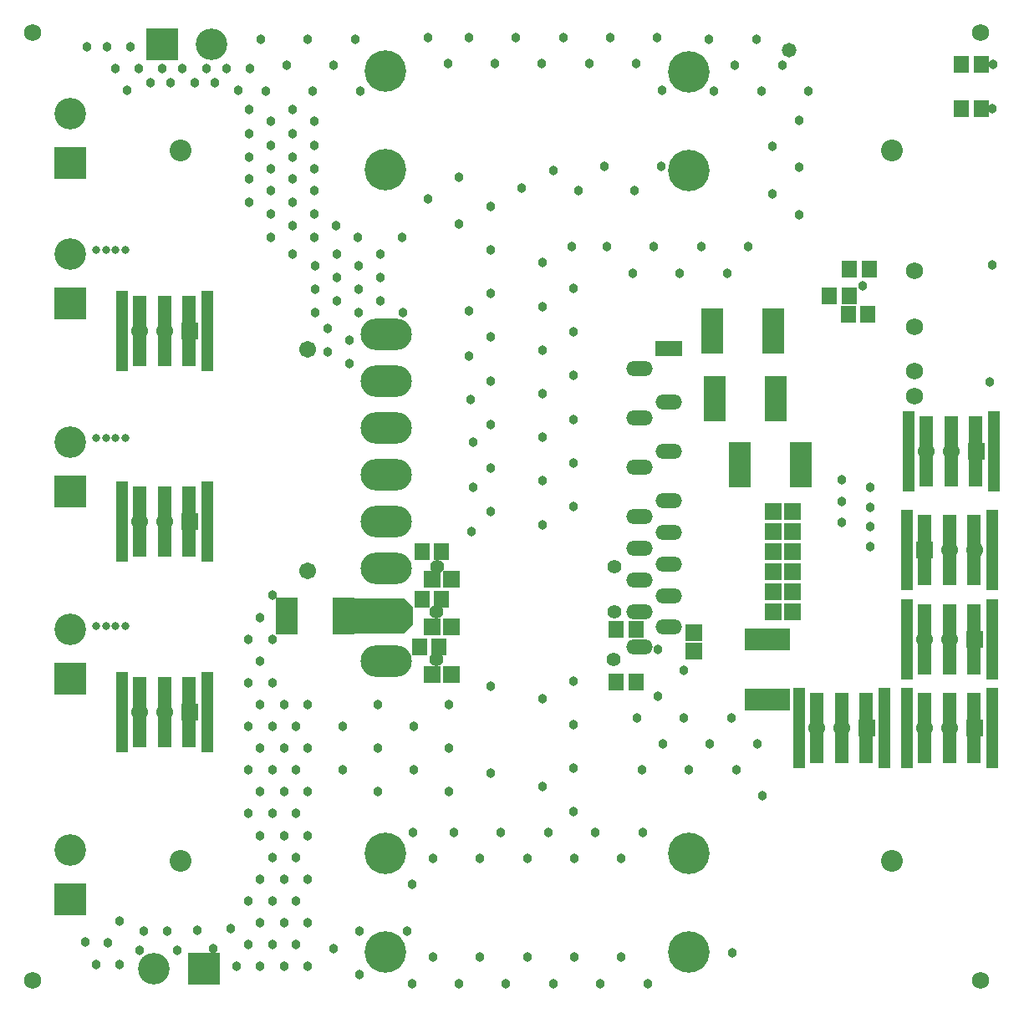
<source format=gbr>
G04 Layer_Color=16711935*
%FSLAX26Y26*%
%MOIN*%
%TF.FileFunction,Soldermask,Bot*%
%TF.Part,Single*%
G01*
G75*
%TA.AperFunction,SMDPad,CuDef*%
%ADD59R,0.067055X0.070992*%
%ADD60R,0.063118X0.067055*%
%ADD61R,0.070992X0.067055*%
%ADD65R,0.086740X0.147764*%
%ADD66R,0.088709X0.179260*%
%TA.AperFunction,ComponentPad*%
%ADD67R,0.126110X0.126110*%
%ADD68C,0.126110*%
%ADD69R,0.067055X0.067055*%
%ADD70C,0.067055*%
%ADD71R,0.126110X0.126110*%
%ADD72C,0.068000*%
%ADD73O,0.204850X0.126110*%
%ADD74O,0.106425X0.059181*%
%ADD75R,0.106425X0.059181*%
%ADD76C,0.055244*%
%ADD77C,0.165480*%
%TA.AperFunction,ViaPad*%
%ADD78C,0.086740*%
%TA.AperFunction,WasherPad*%
%ADD79C,0.068000*%
%TA.AperFunction,ViaPad*%
%ADD80C,0.038000*%
%ADD81C,0.031622*%
%ADD82C,0.058000*%
%TA.AperFunction,SMDPad,CuDef*%
%ADD86R,0.051307X0.322961*%
%ADD87R,0.056819X0.283591*%
%TA.AperFunction,ConnectorPad*%
%ADD88R,0.056819X0.283591*%
%ADD89R,0.051307X0.322961*%
%TA.AperFunction,SMDPad,CuDef*%
%ADD90R,0.179260X0.088709*%
G36*
X1481811Y-2257528D02*
X1513811Y-2289527D01*
X1513811Y-2361527D01*
X1477811Y-2397528D01*
X1197811Y-2397528D01*
Y-2257528D01*
X1481811Y-2257528D01*
D02*
G37*
D59*
X1667401Y-2179527D02*
D03*
X1592598D02*
D03*
X1667401Y-2369527D02*
D03*
X1592598D02*
D03*
X1667401Y-2559527D02*
D03*
X1592598D02*
D03*
X3027401Y-1909527D02*
D03*
X2952598D02*
D03*
X3027401Y-2149527D02*
D03*
X2952598D02*
D03*
X3027401Y-1989527D02*
D03*
X2952598D02*
D03*
X3027401Y-2229527D02*
D03*
X2952598D02*
D03*
X3027401Y-2069527D02*
D03*
X2952598D02*
D03*
X3027401Y-2309527D02*
D03*
X2952598D02*
D03*
D60*
X3250630Y-1124527D02*
D03*
X3329370D02*
D03*
X3254370Y-1049527D02*
D03*
X3175630D02*
D03*
X3255630Y-944528D02*
D03*
X3334370D02*
D03*
X3782370Y-304527D02*
D03*
X3703630D02*
D03*
X3782370Y-127528D02*
D03*
X3703630D02*
D03*
X2404370Y-2589528D02*
D03*
X2325630D02*
D03*
X1540630Y-2449528D02*
D03*
X1619370D02*
D03*
X1550630Y-2259528D02*
D03*
X1629370D02*
D03*
X2325630Y-2379528D02*
D03*
X2404370D02*
D03*
X1550630Y-2069528D02*
D03*
X1629370D02*
D03*
D61*
X2635000Y-2466929D02*
D03*
Y-2392126D02*
D03*
D65*
X1237189Y-2327528D02*
D03*
X1010811D02*
D03*
D66*
X3061063Y-1724527D02*
D03*
X2818937D02*
D03*
X2718937Y-1459527D02*
D03*
X2961063D02*
D03*
X2708937Y-1189527D02*
D03*
X2951063D02*
D03*
D67*
X150000Y-518425D02*
D03*
Y-3457953D02*
D03*
Y-2577953D02*
D03*
Y-1828740D02*
D03*
Y-1079527D02*
D03*
D68*
Y-321575D02*
D03*
Y-3261102D02*
D03*
X483575Y-3734528D02*
D03*
X150000Y-2381102D02*
D03*
Y-1631890D02*
D03*
Y-882677D02*
D03*
X711425Y-47528D02*
D03*
D69*
X625000Y-1189527D02*
D03*
Y-1949027D02*
D03*
Y-2708528D02*
D03*
X3325000Y-2774528D02*
D03*
X3754998Y-2774528D02*
D03*
Y-2419115D02*
D03*
X3555000Y-2064528D02*
D03*
X3761000Y-1669527D02*
D03*
D70*
X525000Y-1189527D02*
D03*
X425000D02*
D03*
X525000Y-1949027D02*
D03*
X425000D02*
D03*
X525000Y-2708528D02*
D03*
X425000D02*
D03*
X3125000Y-2774528D02*
D03*
X3225000D02*
D03*
X3554998Y-2774528D02*
D03*
X3654998D02*
D03*
X3554998Y-2419115D02*
D03*
X3654998D02*
D03*
X3755000Y-2064528D02*
D03*
X3655000D02*
D03*
X1095000Y-2147528D02*
D03*
Y-1261701D02*
D03*
X3561000Y-1669527D02*
D03*
X3661000D02*
D03*
D71*
X680425Y-3734528D02*
D03*
X514575Y-47528D02*
D03*
D72*
X3516000Y-1450118D02*
D03*
Y-1350118D02*
D03*
Y-1174527D02*
D03*
Y-950118D02*
D03*
D73*
X1409575Y-2507347D02*
D03*
Y-2321126D02*
D03*
Y-2134905D02*
D03*
Y-1948685D02*
D03*
Y-1762465D02*
D03*
Y-1576244D02*
D03*
Y-1390024D02*
D03*
Y-1203803D02*
D03*
D74*
X2535992Y-2371323D02*
D03*
X2418000Y-2450063D02*
D03*
Y-2308331D02*
D03*
Y-2182347D02*
D03*
X2535992Y-2119354D02*
D03*
X2418000Y-2056362D02*
D03*
X2535992Y-1993370D02*
D03*
X2418000Y-1930378D02*
D03*
X2535992Y-1867386D02*
D03*
X2418000Y-1733527D02*
D03*
X2535992Y-1670535D02*
D03*
X2418000Y-1536677D02*
D03*
X2535992Y-1473685D02*
D03*
X2418000Y-1339827D02*
D03*
X2535992Y-2245338D02*
D03*
D75*
Y-1261086D02*
D03*
D76*
X2316535Y-2499747D02*
D03*
X1607874D02*
D03*
X2318661Y-2309528D02*
D03*
X1610000D02*
D03*
X2320000Y-2129528D02*
D03*
X1611339D02*
D03*
D77*
X1406000Y-3667528D02*
D03*
Y-3273827D02*
D03*
X2616000Y-3667528D02*
D03*
Y-3273827D02*
D03*
Y-549528D02*
D03*
Y-155827D02*
D03*
X1406000Y-547528D02*
D03*
Y-153827D02*
D03*
D78*
X590354Y-469882D02*
D03*
X3425000D02*
D03*
Y-3304528D02*
D03*
X590354D02*
D03*
D79*
X3779527Y0D02*
D03*
X3779528Y-3779528D02*
D03*
X0Y0D02*
D03*
Y-3779528D02*
D03*
D80*
X3225000Y-1954527D02*
D03*
Y-1869527D02*
D03*
Y-1784527D02*
D03*
X3340000Y-1814528D02*
D03*
Y-1892861D02*
D03*
Y-1971194D02*
D03*
Y-2049528D02*
D03*
X2790000Y-3669528D02*
D03*
X2492000Y-2459528D02*
D03*
Y-2647528D02*
D03*
X2596000Y-2543528D02*
D03*
X2888000Y-2835528D02*
D03*
X2908000Y-3043528D02*
D03*
X2784000Y-2731528D02*
D03*
X2596000D02*
D03*
X2700000Y-2835528D02*
D03*
X2804000Y-2939528D02*
D03*
X2408000Y-2731528D02*
D03*
X2512000Y-2835528D02*
D03*
X2616000Y-2939528D02*
D03*
X2428000D02*
D03*
X2768000Y-958528D02*
D03*
X215000Y-55000D02*
D03*
X328000Y-142528D02*
D03*
X294000Y-55528D02*
D03*
X388000D02*
D03*
X470000Y-199528D02*
D03*
X516000Y-142528D02*
D03*
X422000D02*
D03*
X375000Y-229528D02*
D03*
X644000Y-199528D02*
D03*
X691000Y-142528D02*
D03*
X597000D02*
D03*
X550000Y-199528D02*
D03*
X819000Y-229528D02*
D03*
X866000Y-142528D02*
D03*
X772000D02*
D03*
X725000Y-199528D02*
D03*
X1175000Y-1273527D02*
D03*
X1262000Y-1320527D02*
D03*
Y-1226527D02*
D03*
X1175000Y-1179527D02*
D03*
X1387000Y-882528D02*
D03*
Y-976528D02*
D03*
X1474000Y-1117527D02*
D03*
X1387000Y-1070527D02*
D03*
X1471000Y-817528D02*
D03*
X1297000D02*
D03*
X1210000Y-770528D02*
D03*
X1037000Y-882528D02*
D03*
X1211000D02*
D03*
X1124000Y-929528D02*
D03*
X1298000D02*
D03*
X1211000Y-976528D02*
D03*
X1298000Y-1023528D02*
D03*
Y-1117527D02*
D03*
X1211000Y-1070527D02*
D03*
X1124000Y-1023528D02*
D03*
Y-1117527D02*
D03*
X862000Y-582528D02*
D03*
X1036000D02*
D03*
X949000Y-629528D02*
D03*
X1123000D02*
D03*
X1036000Y-676528D02*
D03*
X1123000Y-723528D02*
D03*
Y-817528D02*
D03*
X1036000Y-770528D02*
D03*
X949000Y-723528D02*
D03*
X862000Y-676528D02*
D03*
X949000Y-817528D02*
D03*
X862000Y-307527D02*
D03*
X1036000D02*
D03*
X949000Y-354527D02*
D03*
X1123000D02*
D03*
X1036000Y-401527D02*
D03*
X1123000Y-448527D02*
D03*
Y-542528D02*
D03*
X1036000Y-495527D02*
D03*
X949000Y-448527D02*
D03*
X862000Y-401527D02*
D03*
X949000Y-542528D02*
D03*
X862000Y-495527D02*
D03*
X1284000Y-25527D02*
D03*
X1096000D02*
D03*
X1200000Y-129528D02*
D03*
X1304000Y-233528D02*
D03*
X908000Y-25527D02*
D03*
X1012000Y-129528D02*
D03*
X1116000Y-233528D02*
D03*
X928000D02*
D03*
X2716000D02*
D03*
X2904000D02*
D03*
X2800000Y-129528D02*
D03*
X2696000Y-25527D02*
D03*
X3092000Y-233528D02*
D03*
X2988000Y-129528D02*
D03*
X2884000Y-25527D02*
D03*
X2490000Y-20527D02*
D03*
X2302000D02*
D03*
X2406000Y-124528D02*
D03*
X2510000Y-228528D02*
D03*
X2114000Y-20527D02*
D03*
X2218000Y-124528D02*
D03*
X1926000Y-20527D02*
D03*
X2030000Y-124528D02*
D03*
X1738000Y-20527D02*
D03*
X1842000Y-124528D02*
D03*
X1575490Y-20527D02*
D03*
X1654000Y-124528D02*
D03*
X2950000Y-453527D02*
D03*
X3054000Y-349527D02*
D03*
X2950000Y-641528D02*
D03*
X3054000Y-537528D02*
D03*
Y-725528D02*
D03*
X2852000Y-854528D02*
D03*
X2150000D02*
D03*
X2664000D02*
D03*
X2476000D02*
D03*
X2580000Y-958528D02*
D03*
X2288000Y-854528D02*
D03*
X2392000Y-958528D02*
D03*
X2031450Y-1266072D02*
D03*
X2156450Y-1368072D02*
D03*
Y-1716072D02*
D03*
Y-1542072D02*
D03*
X2031450Y-1614072D02*
D03*
Y-1440072D02*
D03*
Y-918072D02*
D03*
X2156450Y-1020072D02*
D03*
X2031450Y-1092072D02*
D03*
X2156450Y-1194072D02*
D03*
X2031450Y-2658072D02*
D03*
X2156450Y-2760072D02*
D03*
Y-3108072D02*
D03*
Y-2934072D02*
D03*
X2031450Y-3006072D02*
D03*
X2156450Y-2586072D02*
D03*
X2031450Y-1788072D02*
D03*
X2156450Y-1890072D02*
D03*
X2031450Y-1962072D02*
D03*
X1595000Y-3293827D02*
D03*
X1516490Y-3189827D02*
D03*
X1783000Y-3293827D02*
D03*
X1679000Y-3189827D02*
D03*
X1971000Y-3293827D02*
D03*
X1867000Y-3189827D02*
D03*
X2159000Y-3293827D02*
D03*
X2055000Y-3189827D02*
D03*
X2347000Y-3293827D02*
D03*
X2243000Y-3189827D02*
D03*
X2431000D02*
D03*
X1511000Y-3397827D02*
D03*
Y-3791528D02*
D03*
X2347000Y-3687528D02*
D03*
X2451000Y-3791528D02*
D03*
X2159000Y-3687528D02*
D03*
X2263000Y-3791528D02*
D03*
X1971000Y-3687528D02*
D03*
X2075000Y-3791528D02*
D03*
X1783000Y-3687528D02*
D03*
X1887000Y-3791528D02*
D03*
X1491000Y-3583528D02*
D03*
X1595000Y-3687528D02*
D03*
X1699000Y-3791528D02*
D03*
X1303000Y-3757528D02*
D03*
Y-3583528D02*
D03*
X1199000Y-3653528D02*
D03*
X2504000Y-533528D02*
D03*
X2400000Y-629528D02*
D03*
X2279000Y-533528D02*
D03*
X2175000Y-629528D02*
D03*
X2075000Y-548528D02*
D03*
X1950000Y-620528D02*
D03*
X1575000Y-662528D02*
D03*
X1700000Y-577528D02*
D03*
X1740000Y-1289527D02*
D03*
X1825000Y-1214527D02*
D03*
X1740000Y-1109527D02*
D03*
X1825000Y-692528D02*
D03*
Y-1040527D02*
D03*
Y-866528D02*
D03*
X1700000Y-764528D02*
D03*
X1825000Y-1910527D02*
D03*
X1755000Y-1814527D02*
D03*
X1825000Y-1388527D02*
D03*
Y-1736527D02*
D03*
Y-1562527D02*
D03*
X1755000Y-1634527D02*
D03*
X1745505Y-1464527D02*
D03*
X1750000Y-1989527D02*
D03*
X1825000Y-2606528D02*
D03*
Y-2954528D02*
D03*
X1659000Y-2853528D02*
D03*
X1518000Y-2940528D02*
D03*
X1659000Y-2679528D02*
D03*
X1518000Y-2766528D02*
D03*
X1659000Y-3027528D02*
D03*
X1377000Y-2853528D02*
D03*
X1236000Y-2940528D02*
D03*
X1377000Y-2679528D02*
D03*
X1236000Y-2766528D02*
D03*
X1377000Y-3027528D02*
D03*
X252000Y-3716528D02*
D03*
X210000Y-3625000D02*
D03*
X299000Y-3629528D02*
D03*
X346000Y-3716528D02*
D03*
Y-3542528D02*
D03*
X425000Y-3659528D02*
D03*
X441000Y-3584528D02*
D03*
X535000D02*
D03*
X575000Y-3659528D02*
D03*
X655000Y-3579528D02*
D03*
X720000Y-3654528D02*
D03*
X813000Y-3723528D02*
D03*
X790000Y-3574528D02*
D03*
X907000Y-3723528D02*
D03*
X1001000D02*
D03*
X1095000D02*
D03*
X860000Y-3636528D02*
D03*
Y-3462528D02*
D03*
X907000Y-3549528D02*
D03*
Y-3375528D02*
D03*
X954000Y-3462528D02*
D03*
X1001000Y-3375528D02*
D03*
X1095000D02*
D03*
X1048000Y-3462528D02*
D03*
X1001000Y-3549528D02*
D03*
X954000Y-3636528D02*
D03*
X1095000Y-3549528D02*
D03*
X1048000Y-3636528D02*
D03*
X860000Y-3114528D02*
D03*
X907000Y-3201528D02*
D03*
Y-3027528D02*
D03*
X954000Y-3114528D02*
D03*
X1001000Y-3027528D02*
D03*
X1095000D02*
D03*
X1048000Y-3114528D02*
D03*
X1001000Y-3201528D02*
D03*
X954000Y-3288528D02*
D03*
X1095000Y-3201528D02*
D03*
X1048000Y-3288528D02*
D03*
Y-2940528D02*
D03*
X1095000Y-2853528D02*
D03*
X954000Y-2940528D02*
D03*
X1001000Y-2853528D02*
D03*
X1048000Y-2766528D02*
D03*
X1095000Y-2679528D02*
D03*
X954000Y-2244528D02*
D03*
X907000Y-2331528D02*
D03*
X860000Y-2418528D02*
D03*
X954000D02*
D03*
X907000Y-2505528D02*
D03*
X954000Y-2592528D02*
D03*
X1001000Y-2679528D02*
D03*
X954000Y-2766528D02*
D03*
X907000Y-2679528D02*
D03*
X860000Y-2592528D02*
D03*
X907000Y-2853528D02*
D03*
X860000Y-2766528D02*
D03*
Y-2940528D02*
D03*
X3828063Y-125528D02*
D03*
X3827000Y-304527D02*
D03*
X3825000Y-925528D02*
D03*
X3816000Y-1394527D02*
D03*
X3310000Y-1009528D02*
D03*
D81*
X291000Y-2364803D02*
D03*
X252000D02*
D03*
X330000D02*
D03*
X369000D02*
D03*
X291000Y-1615591D02*
D03*
X252000D02*
D03*
X330000D02*
D03*
X369000D02*
D03*
Y-866378D02*
D03*
X330000D02*
D03*
X252000D02*
D03*
X291000D02*
D03*
D82*
X3014844Y-69371D02*
D03*
D86*
X694488Y-1189527D02*
D03*
X355512D02*
D03*
X694488Y-1949027D02*
D03*
X355512D02*
D03*
X694488Y-2708528D02*
D03*
X355512D02*
D03*
X3055512Y-2774528D02*
D03*
X3394488D02*
D03*
D87*
X426575Y-1189527D02*
D03*
X623425D02*
D03*
X525000D02*
D03*
X426575Y-1949027D02*
D03*
X623425D02*
D03*
X525000D02*
D03*
X426575Y-2708528D02*
D03*
X623425D02*
D03*
X525000D02*
D03*
X3225000Y-2774528D02*
D03*
X3323425D02*
D03*
X3126575D02*
D03*
D88*
X3654998Y-2774528D02*
D03*
X3753423D02*
D03*
X3556573D02*
D03*
X3654998Y-2419115D02*
D03*
X3753423D02*
D03*
X3556573D02*
D03*
X3655000Y-2064528D02*
D03*
X3556575D02*
D03*
X3753425D02*
D03*
X3661000Y-1669527D02*
D03*
X3759425D02*
D03*
X3562575D02*
D03*
D89*
X3485510Y-2774528D02*
D03*
X3824486D02*
D03*
X3485510Y-2419115D02*
D03*
X3824486D02*
D03*
X3824488Y-2064528D02*
D03*
X3485512D02*
D03*
X3491512Y-1669527D02*
D03*
X3830488D02*
D03*
D90*
X2930000Y-2418465D02*
D03*
Y-2660590D02*
D03*
%TF.MD5,075def93f32c42fc0b9571aecc694bf5*%
M02*

</source>
